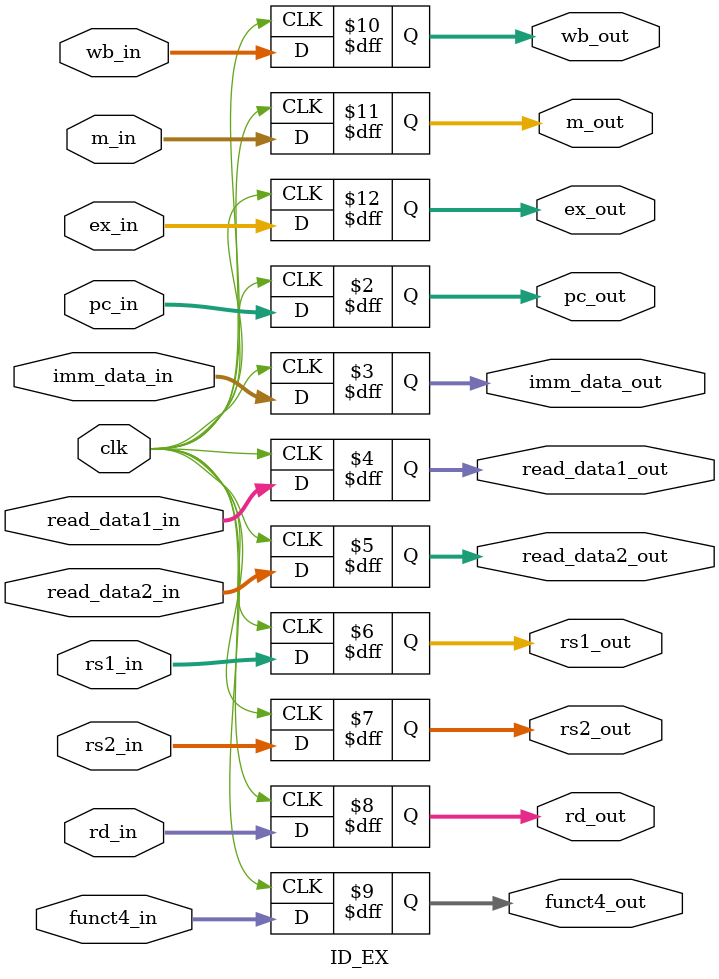
<source format=v>
module ID_EX
(
  input [63:0]pc_in,
  input [63:0]imm_data_in,
  input [63:0]read_data1_in,
  input [63:0]read_data2_in,
  input [4:0]rs1_in,
  input [4:0]rs2_in,
  input [4:0]rd_in,
  input [3:0]funct4_in,
  input [1:0]wb_in,
  input [2:0]m_in,
  input [2:0]ex_in,
  
  input clk,

  output reg [63:0]pc_out,
  output reg [63:0]imm_data_out,
  output reg [63:0]read_data1_out,
  output reg [63:0]read_data2_out,
  output reg [4:0]rs1_out,
  output reg [4:0]rs2_out,
  output reg [4:0]rd_out,
  output reg [3:0]funct4_out,
  output reg  [1:0]wb_out,
  output reg  [2:0]m_out,
  output reg  [2:0]ex_out
);

always @ (posedge clk)
begin
  pc_out = pc_in;
  imm_data_out = imm_data_in;
  read_data1_out = read_data1_in;
  read_data2_out = read_data2_in;
  rs1_out = rs1_in;
  rs2_out = rs2_in;
  rd_out = rd_in;
  funct4_out = funct4_in;
  wb_out = wb_in;
  m_out = m_in;
  ex_out = ex_in;
end

endmodule
</source>
